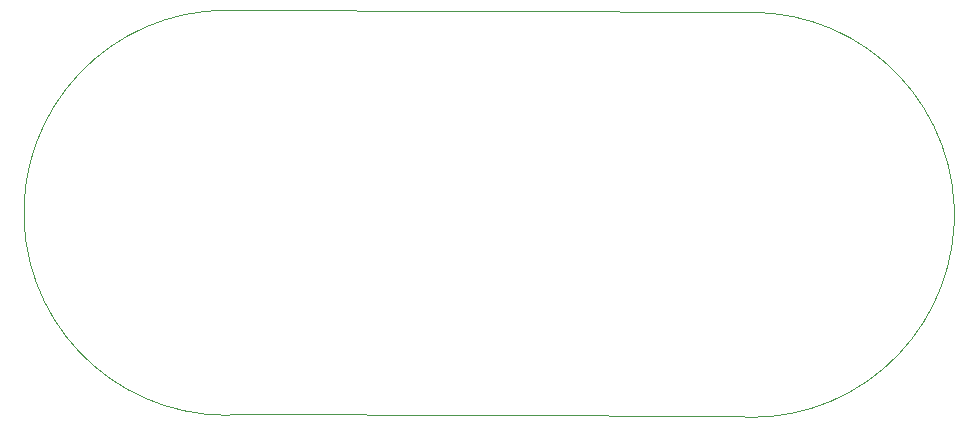
<source format=gbr>
%TF.GenerationSoftware,KiCad,Pcbnew,7.0.8*%
%TF.CreationDate,2025-03-19T21:09:53+05:30*%
%TF.ProjectId,stm32_pcb_design,73746d33-325f-4706-9362-5f6465736967,rev?*%
%TF.SameCoordinates,Original*%
%TF.FileFunction,Profile,NP*%
%FSLAX46Y46*%
G04 Gerber Fmt 4.6, Leading zero omitted, Abs format (unit mm)*
G04 Created by KiCad (PCBNEW 7.0.8) date 2025-03-19 21:09:53*
%MOMM*%
%LPD*%
G01*
G04 APERTURE LIST*
%TA.AperFunction,Profile*%
%ADD10C,0.100000*%
%TD*%
G04 APERTURE END LIST*
D10*
X165233746Y-114205796D02*
G75*
G03*
X167028567Y-80010000I1794821J17050796D01*
G01*
X122535682Y-79831332D02*
G75*
G03*
X124161184Y-114044102I0J-17145000D01*
G01*
X124161184Y-114044102D02*
X165233746Y-114205796D01*
X122535682Y-79831332D02*
X167028567Y-80010000D01*
M02*

</source>
